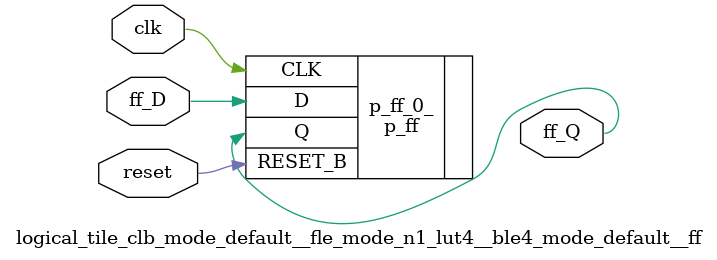
<source format=v>
`default_nettype none

module logical_tile_clb_mode_default__fle_mode_n1_lut4__ble4_mode_default__ff(reset,
                                                                              clk,
                                                                              ff_D,
                                                                              ff_Q);
//----- GLOBAL PORTS -----
input [0:0] reset;
//----- GLOBAL PORTS -----
input [0:0] clk;
//----- INPUT PORTS -----
input [0:0] ff_D;
//----- OUTPUT PORTS -----
output [0:0] ff_Q;

//----- BEGIN wire-connection ports -----
wire [0:0] ff_D;
wire [0:0] ff_Q;
//----- END wire-connection ports -----


//----- BEGIN Registered ports -----
//----- END Registered ports -----



// ----- BEGIN Local short connections -----
// ----- END Local short connections -----
// ----- BEGIN Local output short connections -----
// ----- END Local output short connections -----

	p_ff p_ff_0_ (
		.RESET_B(reset),
		.CLK(clk),
		.D(ff_D),
		.Q(ff_Q));

endmodule
// ----- END Verilog module for logical_tile_clb_mode_default__fle_mode_n1_lut4__ble4_mode_default__ff -----

//----- Default net type -----
`default_nettype wire




</source>
